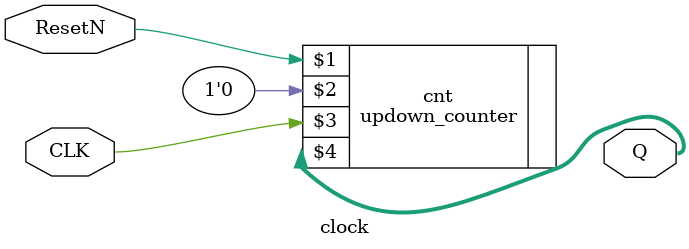
<source format=v>
module clock(ResetN, CLK, Q);
  input CLK, ResetN;
  output [3:0] Q;
  
  updown_counter cnt(ResetN, 1'b0, CLK, Q);
endmodule

</source>
